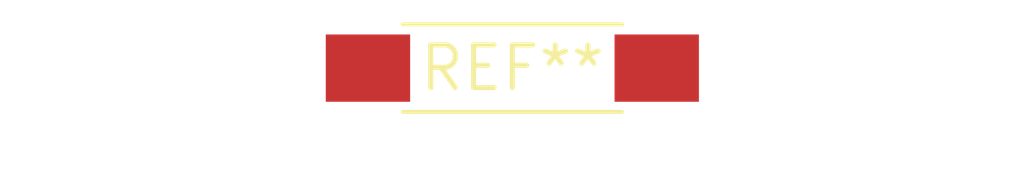
<source format=kicad_pcb>
(kicad_pcb (version 20240108) (generator pcbnew)
  (layers (0 "F.Cu" signal) (31 "B.Cu" signal) (34 "B.Paste" user) (35 "F.Paste" user) (36 "B.SilkS" user "B.Silkscreen") (37 "F.SilkS" user "F.Silkscreen") (38 "B.Mask" user) (39 "F.Mask" user) (44 "Edge.Cuts" user))
  (net 0 "")
  (footprint "SW_SPST_REED_CT05-XXXX-G1" (layer "F.Cu") (at 0 0)
    (property "Reference" "REF**")
    (property "Value" "SW_SPST_REED_CT05-XXXX-G1")
    (fp_line (start -3.25 -1.3) (end 3.25 -1.3) (layer "F.SilkS") (stroke (width 0.12)))
    (fp_line (start 3.25 1.3) (end -3.25 1.3) (layer "F.SilkS") (stroke (width 0.12)))
    (pad "1" smd rect (at -4.28 0) (size 2.5 2) (layers "F.Cu" "F.Paste" "F.Mask"))
    (pad "2" smd rect (at 4.28 0) (size 2.5 2) (layers "F.Cu" "F.Paste" "F.Mask"))
  )
)
</source>
